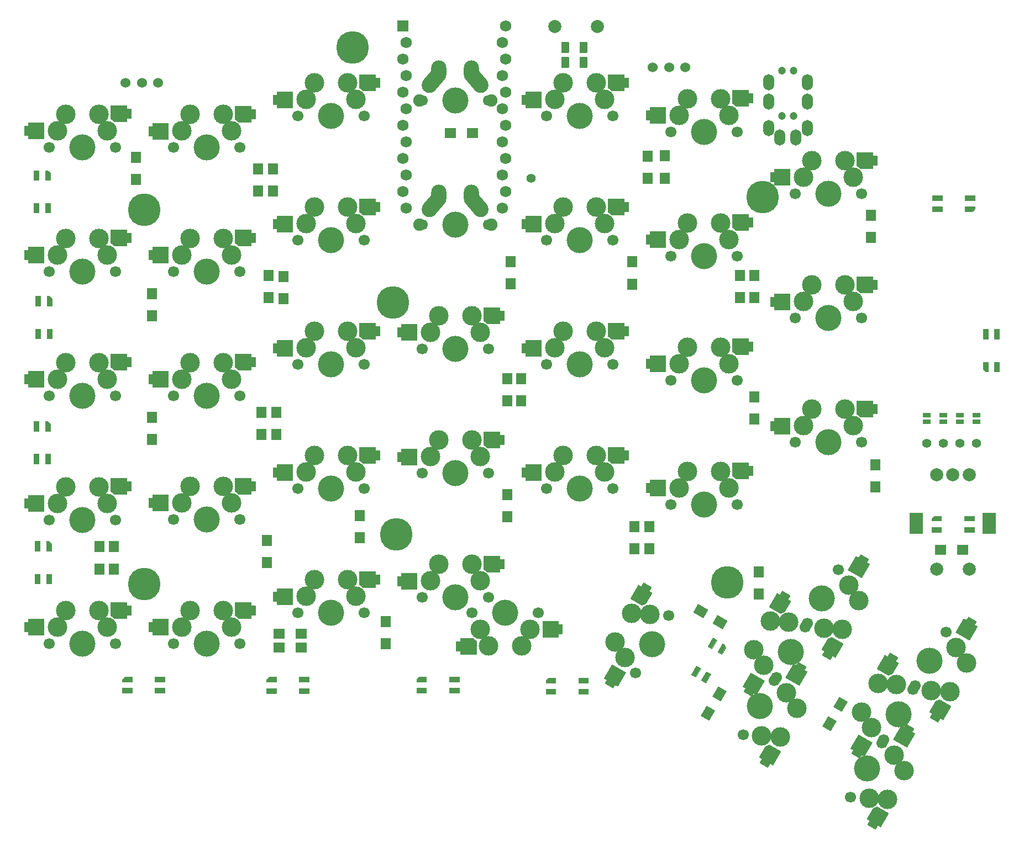
<source format=gbs>
G04 #@! TF.GenerationSoftware,KiCad,Pcbnew,(6.0.10)*
G04 #@! TF.CreationDate,2023-03-19T21:25:36+07:00*
G04 #@! TF.ProjectId,ergodash,6572676f-6461-4736-982e-6b696361645f,2.0*
G04 #@! TF.SameCoordinates,Original*
G04 #@! TF.FileFunction,Soldermask,Bot*
G04 #@! TF.FilePolarity,Negative*
%FSLAX46Y46*%
G04 Gerber Fmt 4.6, Leading zero omitted, Abs format (unit mm)*
G04 Created by KiCad (PCBNEW (6.0.10)) date 2023-03-19 21:25:36*
%MOMM*%
%LPD*%
G01*
G04 APERTURE LIST*
G04 Aperture macros list*
%AMRoundRect*
0 Rectangle with rounded corners*
0 $1 Rounding radius*
0 $2 $3 $4 $5 $6 $7 $8 $9 X,Y pos of 4 corners*
0 Add a 4 corners polygon primitive as box body*
4,1,4,$2,$3,$4,$5,$6,$7,$8,$9,$2,$3,0*
0 Add four circle primitives for the rounded corners*
1,1,$1+$1,$2,$3*
1,1,$1+$1,$4,$5*
1,1,$1+$1,$6,$7*
1,1,$1+$1,$8,$9*
0 Add four rect primitives between the rounded corners*
20,1,$1+$1,$2,$3,$4,$5,0*
20,1,$1+$1,$4,$5,$6,$7,0*
20,1,$1+$1,$6,$7,$8,$9,0*
20,1,$1+$1,$8,$9,$2,$3,0*%
%AMHorizOval*
0 Thick line with rounded ends*
0 $1 width*
0 $2 $3 position (X,Y) of the first rounded end (center of the circle)*
0 $4 $5 position (X,Y) of the second rounded end (center of the circle)*
0 Add line between two ends*
20,1,$1,$2,$3,$4,$5,0*
0 Add two circle primitives to create the rounded ends*
1,1,$1,$2,$3*
1,1,$1,$4,$5*%
%AMRotRect*
0 Rectangle, with rotation*
0 The origin of the aperture is its center*
0 $1 length*
0 $2 width*
0 $3 Rotation angle, in degrees counterclockwise*
0 Add horizontal line*
21,1,$1,$2,0,0,$3*%
%AMFreePoly0*
4,1,17,2.735355,1.235355,2.750000,1.200000,2.750000,-1.200000,2.735355,-1.235355,2.700000,-1.250000,0.300000,-1.250000,0.264645,-1.235355,0.250000,-1.200000,0.250000,-0.750000,-0.350000,-0.750000,-0.350000,0.750000,0.250000,0.750000,0.250000,1.200000,0.264645,1.235355,0.300000,1.250000,2.700000,1.250000,2.735355,1.235355,2.735355,1.235355,$1*%
%AMFreePoly1*
4,1,24,-0.364645,1.235355,-0.350000,1.200000,-0.350000,0.750000,0.350000,0.750000,0.350000,-0.750000,-0.350000,-0.750000,-0.350000,-1.200000,-0.364645,-1.235355,-0.400000,-1.250000,-2.300000,-1.250000,-2.315318,-1.243655,-2.331235,-1.239043,-2.831235,-0.839043,-2.832649,-0.836476,-2.835355,-0.835355,-2.841697,-0.820044,-2.849694,-0.805522,-2.848878,-0.802708,-2.850000,-0.800000,-2.850000,1.200000,
-2.835355,1.235355,-2.800000,1.250000,-0.400000,1.250000,-0.364645,1.235355,-0.364645,1.235355,$1*%
G04 Aperture macros list end*
%ADD10C,0.100000*%
%ADD11RoundRect,0.250000X-0.375000X-0.625000X0.375000X-0.625000X0.375000X0.625000X-0.375000X0.625000X0*%
%ADD12C,5.000000*%
%ADD13C,1.524000*%
%ADD14RotRect,1.800000X1.500000X60.000000*%
%ADD15C,1.700000*%
%ADD16C,1.900000*%
%ADD17C,4.000000*%
%ADD18HorizOval,2.400000X0.578509X0.689440X-0.578509X-0.689440X0*%
%ADD19O,2.300000X3.337000*%
%ADD20HorizOval,2.400000X0.578509X-0.689440X-0.578509X0.689440X0*%
%ADD21R,1.500000X1.800000*%
%ADD22R,1.800000X1.500000*%
%ADD23RotRect,1.800000X1.500000X150.000000*%
%ADD24C,1.397000*%
%ADD25C,3.000000*%
%ADD26FreePoly0,0.000000*%
%ADD27FreePoly1,0.000000*%
%ADD28FreePoly0,240.000000*%
%ADD29FreePoly1,240.000000*%
%ADD30FreePoly0,180.000000*%
%ADD31FreePoly1,180.000000*%
%ADD32FreePoly0,60.000000*%
%ADD33FreePoly1,60.000000*%
%ADD34C,1.200000*%
%ADD35O,1.700000X2.500000*%
%ADD36C,2.000000*%
%ADD37R,1.752600X1.752600*%
%ADD38C,1.752600*%
%ADD39R,2.000000X3.200000*%
%ADD40R,1.143000X0.635000*%
G04 APERTURE END LIST*
G36*
X82109000Y-61923000D02*
G01*
X82109000Y-63023000D01*
X81359000Y-63023000D01*
X81359000Y-61523000D01*
X81684000Y-61523000D01*
X82109000Y-61923000D01*
G37*
D10*
X82109000Y-61923000D02*
X82109000Y-63023000D01*
X81359000Y-63023000D01*
X81359000Y-61523000D01*
X81684000Y-61523000D01*
X82109000Y-61923000D01*
G36*
X82109000Y-68023000D02*
G01*
X81359000Y-68023000D01*
X81359000Y-66523000D01*
X82109000Y-66523000D01*
X82109000Y-68023000D01*
G37*
X82109000Y-68023000D02*
X81359000Y-68023000D01*
X81359000Y-66523000D01*
X82109000Y-66523000D01*
X82109000Y-68023000D01*
G36*
X80359000Y-68023000D02*
G01*
X79609000Y-68023000D01*
X79609000Y-66523000D01*
X80359000Y-66523000D01*
X80359000Y-68023000D01*
G37*
X80359000Y-68023000D02*
X79609000Y-68023000D01*
X79609000Y-66523000D01*
X80359000Y-66523000D01*
X80359000Y-68023000D01*
G36*
X80359000Y-63023000D02*
G01*
X79609000Y-63023000D01*
X79609000Y-61523000D01*
X80359000Y-61523000D01*
X80359000Y-63023000D01*
G37*
X80359000Y-63023000D02*
X79609000Y-63023000D01*
X79609000Y-61523000D01*
X80359000Y-61523000D01*
X80359000Y-63023000D01*
G36*
X80359000Y-106504000D02*
G01*
X79609000Y-106504000D01*
X79609000Y-105004000D01*
X80359000Y-105004000D01*
X80359000Y-106504000D01*
G37*
X80359000Y-106504000D02*
X79609000Y-106504000D01*
X79609000Y-105004000D01*
X80359000Y-105004000D01*
X80359000Y-106504000D01*
G36*
X80359000Y-101504000D02*
G01*
X79609000Y-101504000D01*
X79609000Y-100004000D01*
X80359000Y-100004000D01*
X80359000Y-101504000D01*
G37*
X80359000Y-101504000D02*
X79609000Y-101504000D01*
X79609000Y-100004000D01*
X80359000Y-100004000D01*
X80359000Y-101504000D01*
G36*
X82109000Y-100404000D02*
G01*
X82109000Y-101504000D01*
X81359000Y-101504000D01*
X81359000Y-100004000D01*
X81684000Y-100004000D01*
X82109000Y-100404000D01*
G37*
X82109000Y-100404000D02*
X82109000Y-101504000D01*
X81359000Y-101504000D01*
X81359000Y-100004000D01*
X81684000Y-100004000D01*
X82109000Y-100404000D01*
G36*
X82109000Y-106504000D02*
G01*
X81359000Y-106504000D01*
X81359000Y-105004000D01*
X82109000Y-105004000D01*
X82109000Y-106504000D01*
G37*
X82109000Y-106504000D02*
X81359000Y-106504000D01*
X81359000Y-105004000D01*
X82109000Y-105004000D01*
X82109000Y-106504000D01*
G36*
X164517600Y-141853600D02*
G01*
X163017600Y-141853600D01*
X163017600Y-141103600D01*
X164517600Y-141103600D01*
X164517600Y-141853600D01*
G37*
X164517600Y-141853600D02*
X163017600Y-141853600D01*
X163017600Y-141103600D01*
X164517600Y-141103600D01*
X164517600Y-141853600D01*
G36*
X159517600Y-140103600D02*
G01*
X158017600Y-140103600D01*
X158017600Y-139778600D01*
X158417600Y-139353600D01*
X159517600Y-139353600D01*
X159517600Y-140103600D01*
G37*
X159517600Y-140103600D02*
X158017600Y-140103600D01*
X158017600Y-139778600D01*
X158417600Y-139353600D01*
X159517600Y-139353600D01*
X159517600Y-140103600D01*
G36*
X159517600Y-141853600D02*
G01*
X158017600Y-141853600D01*
X158017600Y-141103600D01*
X159517600Y-141103600D01*
X159517600Y-141853600D01*
G37*
X159517600Y-141853600D02*
X158017600Y-141853600D01*
X158017600Y-141103600D01*
X159517600Y-141103600D01*
X159517600Y-141853600D01*
G36*
X164517600Y-140103600D02*
G01*
X163017600Y-140103600D01*
X163017600Y-139353600D01*
X164517600Y-139353600D01*
X164517600Y-140103600D01*
G37*
X164517600Y-140103600D02*
X163017600Y-140103600D01*
X163017600Y-139353600D01*
X164517600Y-139353600D01*
X164517600Y-140103600D01*
G36*
X82363000Y-81221000D02*
G01*
X82363000Y-82321000D01*
X81613000Y-82321000D01*
X81613000Y-80821000D01*
X81938000Y-80821000D01*
X82363000Y-81221000D01*
G37*
X82363000Y-81221000D02*
X82363000Y-82321000D01*
X81613000Y-82321000D01*
X81613000Y-80821000D01*
X81938000Y-80821000D01*
X82363000Y-81221000D01*
G36*
X80613000Y-87321000D02*
G01*
X79863000Y-87321000D01*
X79863000Y-85821000D01*
X80613000Y-85821000D01*
X80613000Y-87321000D01*
G37*
X80613000Y-87321000D02*
X79863000Y-87321000D01*
X79863000Y-85821000D01*
X80613000Y-85821000D01*
X80613000Y-87321000D01*
G36*
X80613000Y-82321000D02*
G01*
X79863000Y-82321000D01*
X79863000Y-80821000D01*
X80613000Y-80821000D01*
X80613000Y-82321000D01*
G37*
X80613000Y-82321000D02*
X79863000Y-82321000D01*
X79863000Y-80821000D01*
X80613000Y-80821000D01*
X80613000Y-82321000D01*
G36*
X82363000Y-87321000D02*
G01*
X81613000Y-87321000D01*
X81613000Y-85821000D01*
X82363000Y-85821000D01*
X82363000Y-87321000D01*
G37*
X82363000Y-87321000D02*
X81613000Y-87321000D01*
X81613000Y-85821000D01*
X82363000Y-85821000D01*
X82363000Y-87321000D01*
G36*
X80499000Y-124916000D02*
G01*
X79749000Y-124916000D01*
X79749000Y-123416000D01*
X80499000Y-123416000D01*
X80499000Y-124916000D01*
G37*
X80499000Y-124916000D02*
X79749000Y-124916000D01*
X79749000Y-123416000D01*
X80499000Y-123416000D01*
X80499000Y-124916000D01*
G36*
X80499000Y-119916000D02*
G01*
X79749000Y-119916000D01*
X79749000Y-118416000D01*
X80499000Y-118416000D01*
X80499000Y-119916000D01*
G37*
X80499000Y-119916000D02*
X79749000Y-119916000D01*
X79749000Y-118416000D01*
X80499000Y-118416000D01*
X80499000Y-119916000D01*
G36*
X82249000Y-118816000D02*
G01*
X82249000Y-119916000D01*
X81499000Y-119916000D01*
X81499000Y-118416000D01*
X81824000Y-118416000D01*
X82249000Y-118816000D01*
G37*
X82249000Y-118816000D02*
X82249000Y-119916000D01*
X81499000Y-119916000D01*
X81499000Y-118416000D01*
X81824000Y-118416000D01*
X82249000Y-118816000D01*
G36*
X82249000Y-124916000D02*
G01*
X81499000Y-124916000D01*
X81499000Y-123416000D01*
X82249000Y-123416000D01*
X82249000Y-124916000D01*
G37*
X82249000Y-124916000D02*
X81499000Y-124916000D01*
X81499000Y-123416000D01*
X82249000Y-123416000D01*
X82249000Y-124916000D01*
G36*
X121741000Y-139989000D02*
G01*
X120241000Y-139989000D01*
X120241000Y-139239000D01*
X121741000Y-139239000D01*
X121741000Y-139989000D01*
G37*
X121741000Y-139989000D02*
X120241000Y-139989000D01*
X120241000Y-139239000D01*
X121741000Y-139239000D01*
X121741000Y-139989000D01*
G36*
X116741000Y-141739000D02*
G01*
X115241000Y-141739000D01*
X115241000Y-140989000D01*
X116741000Y-140989000D01*
X116741000Y-141739000D01*
G37*
X116741000Y-141739000D02*
X115241000Y-141739000D01*
X115241000Y-140989000D01*
X116741000Y-140989000D01*
X116741000Y-141739000D01*
G36*
X116741000Y-139989000D02*
G01*
X115241000Y-139989000D01*
X115241000Y-139664000D01*
X115641000Y-139239000D01*
X116741000Y-139239000D01*
X116741000Y-139989000D01*
G37*
X116741000Y-139989000D02*
X115241000Y-139989000D01*
X115241000Y-139664000D01*
X115641000Y-139239000D01*
X116741000Y-139239000D01*
X116741000Y-139989000D01*
G36*
X121741000Y-141739000D02*
G01*
X120241000Y-141739000D01*
X120241000Y-140989000D01*
X121741000Y-140989000D01*
X121741000Y-141739000D01*
G37*
X121741000Y-141739000D02*
X120241000Y-141739000D01*
X120241000Y-140989000D01*
X121741000Y-140989000D01*
X121741000Y-141739000D01*
G36*
X94643000Y-141685000D02*
G01*
X93143000Y-141685000D01*
X93143000Y-140935000D01*
X94643000Y-140935000D01*
X94643000Y-141685000D01*
G37*
X94643000Y-141685000D02*
X93143000Y-141685000D01*
X93143000Y-140935000D01*
X94643000Y-140935000D01*
X94643000Y-141685000D01*
G36*
X94643000Y-139935000D02*
G01*
X93143000Y-139935000D01*
X93143000Y-139585000D01*
X93543000Y-139185000D01*
X94643000Y-139185000D01*
X94643000Y-139935000D01*
G37*
X94643000Y-139935000D02*
X93143000Y-139935000D01*
X93143000Y-139585000D01*
X93543000Y-139185000D01*
X94643000Y-139185000D01*
X94643000Y-139935000D01*
G36*
X99643000Y-141685000D02*
G01*
X98143000Y-141685000D01*
X98143000Y-140935000D01*
X99643000Y-140935000D01*
X99643000Y-141685000D01*
G37*
X99643000Y-141685000D02*
X98143000Y-141685000D01*
X98143000Y-140935000D01*
X99643000Y-140935000D01*
X99643000Y-141685000D01*
G36*
X99643000Y-139935000D02*
G01*
X98143000Y-139935000D01*
X98143000Y-139185000D01*
X99643000Y-139185000D01*
X99643000Y-139935000D01*
G37*
X99643000Y-139935000D02*
X98143000Y-139935000D01*
X98143000Y-139185000D01*
X99643000Y-139185000D01*
X99643000Y-139935000D01*
G36*
X184239385Y-133588217D02*
G01*
X183489385Y-134887256D01*
X182839866Y-134512256D01*
X183589866Y-133213217D01*
X184239385Y-133588217D01*
G37*
X184239385Y-133588217D02*
X183489385Y-134887256D01*
X182839866Y-134512256D01*
X183589866Y-133213217D01*
X184239385Y-133588217D01*
G36*
X185408519Y-134263217D02*
G01*
X185554929Y-134809628D01*
X185004929Y-135762256D01*
X184355410Y-135387256D01*
X185105410Y-134088217D01*
X185408519Y-134263217D01*
G37*
X185408519Y-134263217D02*
X185554929Y-134809628D01*
X185004929Y-135762256D01*
X184355410Y-135387256D01*
X185105410Y-134088217D01*
X185408519Y-134263217D01*
G36*
X183254929Y-138793344D02*
G01*
X182504929Y-140092383D01*
X181855410Y-139717383D01*
X182605410Y-138418344D01*
X183254929Y-138793344D01*
G37*
X183254929Y-138793344D02*
X182504929Y-140092383D01*
X181855410Y-139717383D01*
X182605410Y-138418344D01*
X183254929Y-138793344D01*
G36*
X181739385Y-137918344D02*
G01*
X180989385Y-139217383D01*
X180339866Y-138842383D01*
X181089866Y-137543344D01*
X181739385Y-137918344D01*
G37*
X181739385Y-137918344D02*
X180989385Y-139217383D01*
X180339866Y-138842383D01*
X181089866Y-137543344D01*
X181739385Y-137918344D01*
G36*
X227511600Y-87404000D02*
G01*
X226761600Y-87404000D01*
X226761600Y-85904000D01*
X227511600Y-85904000D01*
X227511600Y-87404000D01*
G37*
X227511600Y-87404000D02*
X226761600Y-87404000D01*
X226761600Y-85904000D01*
X227511600Y-85904000D01*
X227511600Y-87404000D01*
G36*
X225761600Y-87404000D02*
G01*
X225011600Y-87404000D01*
X225011600Y-85904000D01*
X225761600Y-85904000D01*
X225761600Y-87404000D01*
G37*
X225761600Y-87404000D02*
X225011600Y-87404000D01*
X225011600Y-85904000D01*
X225761600Y-85904000D01*
X225761600Y-87404000D01*
G36*
X227511600Y-92404000D02*
G01*
X226761600Y-92404000D01*
X226761600Y-90904000D01*
X227511600Y-90904000D01*
X227511600Y-92404000D01*
G37*
X227511600Y-92404000D02*
X226761600Y-92404000D01*
X226761600Y-90904000D01*
X227511600Y-90904000D01*
X227511600Y-92404000D01*
G36*
X225761600Y-92404000D02*
G01*
X225411600Y-92404000D01*
X225011600Y-92004000D01*
X225011600Y-90904000D01*
X225761600Y-90904000D01*
X225761600Y-92404000D01*
G37*
X225761600Y-92404000D02*
X225411600Y-92404000D01*
X225011600Y-92004000D01*
X225011600Y-90904000D01*
X225761600Y-90904000D01*
X225761600Y-92404000D01*
G36*
X139728000Y-139935000D02*
G01*
X138228000Y-139935000D01*
X138228000Y-139585000D01*
X138628000Y-139185000D01*
X139728000Y-139185000D01*
X139728000Y-139935000D01*
G37*
X139728000Y-139935000D02*
X138228000Y-139935000D01*
X138228000Y-139585000D01*
X138628000Y-139185000D01*
X139728000Y-139185000D01*
X139728000Y-139935000D01*
G36*
X144728000Y-139935000D02*
G01*
X143228000Y-139935000D01*
X143228000Y-139185000D01*
X144728000Y-139185000D01*
X144728000Y-139935000D01*
G37*
X144728000Y-139935000D02*
X143228000Y-139935000D01*
X143228000Y-139185000D01*
X144728000Y-139185000D01*
X144728000Y-139935000D01*
G36*
X139728000Y-141685000D02*
G01*
X138228000Y-141685000D01*
X138228000Y-140935000D01*
X139728000Y-140935000D01*
X139728000Y-141685000D01*
G37*
X139728000Y-141685000D02*
X138228000Y-141685000D01*
X138228000Y-140935000D01*
X139728000Y-140935000D01*
X139728000Y-141685000D01*
G36*
X144728000Y-141685000D02*
G01*
X143228000Y-141685000D01*
X143228000Y-140935000D01*
X144728000Y-140935000D01*
X144728000Y-141685000D01*
G37*
X144728000Y-141685000D02*
X143228000Y-141685000D01*
X143228000Y-140935000D01*
X144728000Y-140935000D01*
X144728000Y-141685000D01*
G36*
X218635000Y-115282000D02*
G01*
X217135000Y-115282000D01*
X217135000Y-114932000D01*
X217535000Y-114532000D01*
X218635000Y-114532000D01*
X218635000Y-115282000D01*
G37*
X218635000Y-115282000D02*
X217135000Y-115282000D01*
X217135000Y-114932000D01*
X217535000Y-114532000D01*
X218635000Y-114532000D01*
X218635000Y-115282000D01*
G36*
X223635000Y-115282000D02*
G01*
X222135000Y-115282000D01*
X222135000Y-114532000D01*
X223635000Y-114532000D01*
X223635000Y-115282000D01*
G37*
X223635000Y-115282000D02*
X222135000Y-115282000D01*
X222135000Y-114532000D01*
X223635000Y-114532000D01*
X223635000Y-115282000D01*
G36*
X223635000Y-117032000D02*
G01*
X222135000Y-117032000D01*
X222135000Y-116282000D01*
X223635000Y-116282000D01*
X223635000Y-117032000D01*
G37*
X223635000Y-117032000D02*
X222135000Y-117032000D01*
X222135000Y-116282000D01*
X223635000Y-116282000D01*
X223635000Y-117032000D01*
G36*
X218635000Y-117032000D02*
G01*
X217135000Y-117032000D01*
X217135000Y-116282000D01*
X218635000Y-116282000D01*
X218635000Y-117032000D01*
G37*
X218635000Y-117032000D02*
X217135000Y-117032000D01*
X217135000Y-116282000D01*
X218635000Y-116282000D01*
X218635000Y-117032000D01*
G36*
X218772800Y-66100400D02*
G01*
X217272800Y-66100400D01*
X217272800Y-65350400D01*
X218772800Y-65350400D01*
X218772800Y-66100400D01*
G37*
X218772800Y-66100400D02*
X217272800Y-66100400D01*
X217272800Y-65350400D01*
X218772800Y-65350400D01*
X218772800Y-66100400D01*
G36*
X223772800Y-66100400D02*
G01*
X222272800Y-66100400D01*
X222272800Y-65350400D01*
X223772800Y-65350400D01*
X223772800Y-66100400D01*
G37*
X223772800Y-66100400D02*
X222272800Y-66100400D01*
X222272800Y-65350400D01*
X223772800Y-65350400D01*
X223772800Y-66100400D01*
G36*
X218772800Y-67850400D02*
G01*
X217272800Y-67850400D01*
X217272800Y-67100400D01*
X218772800Y-67100400D01*
X218772800Y-67850400D01*
G37*
X218772800Y-67850400D02*
X217272800Y-67850400D01*
X217272800Y-67100400D01*
X218772800Y-67100400D01*
X218772800Y-67850400D01*
G36*
X223772800Y-67450400D02*
G01*
X223372800Y-67850400D01*
X222272800Y-67850400D01*
X222272800Y-67100400D01*
X223772800Y-67100400D01*
X223772800Y-67450400D01*
G37*
X223772800Y-67450400D02*
X223372800Y-67850400D01*
X222272800Y-67850400D01*
X222272800Y-67100400D01*
X223772800Y-67100400D01*
X223772800Y-67450400D01*
D11*
X161033000Y-44958000D03*
X161033000Y-44958000D03*
X163833000Y-44958000D03*
X163833000Y-44958000D03*
D12*
X134620000Y-81788000D03*
X191245000Y-65644250D03*
X185801000Y-124714000D03*
X96520000Y-67564000D03*
X96520000Y-124968000D03*
D13*
X93639000Y-48133000D03*
X96139000Y-48133000D03*
X98639000Y-48133000D03*
X174411000Y-45720000D03*
X176911000Y-45720000D03*
X179411000Y-45720000D03*
D12*
X135128000Y-117348000D03*
X128397000Y-42672000D03*
D14*
X201461000Y-146379243D03*
X203161000Y-143434757D03*
D15*
X139065000Y-50831750D03*
X149225000Y-50831750D03*
D16*
X149645000Y-50831750D03*
D17*
X144145000Y-50831750D03*
D16*
X138645000Y-50831750D03*
D18*
X140784951Y-47755519D03*
D19*
X141625000Y-46331750D03*
D20*
X147505049Y-47755519D03*
D19*
X146665000Y-46331750D03*
D16*
X149645000Y-69881750D03*
D17*
X144145000Y-69881750D03*
D16*
X138645000Y-69881750D03*
D15*
X149225000Y-69881750D03*
X139065000Y-69881750D03*
D19*
X141625000Y-65381750D03*
D18*
X140784951Y-66805519D03*
D19*
X146665000Y-65381750D03*
D20*
X147505049Y-66805519D03*
D21*
X95250000Y-62914000D03*
X95250000Y-59514000D03*
X97663000Y-83869000D03*
X97663000Y-80469000D03*
X97663000Y-102792000D03*
X97663000Y-99392000D03*
X91846400Y-122654800D03*
X91846400Y-119254800D03*
X113919000Y-64692000D03*
X113919000Y-61292000D03*
X115570000Y-81075000D03*
X115570000Y-77675000D03*
X114427000Y-102030000D03*
X114427000Y-98630000D03*
X115316000Y-121715000D03*
X115316000Y-118315000D03*
X116205000Y-64692000D03*
X116205000Y-61292000D03*
X117856000Y-81202000D03*
X117856000Y-77802000D03*
X116713000Y-102030000D03*
X116713000Y-98630000D03*
X129540000Y-117905000D03*
X129540000Y-114505000D03*
D22*
X143412000Y-55829200D03*
X146812000Y-55829200D03*
D21*
X152654000Y-78916000D03*
X152654000Y-75516000D03*
X152095200Y-114628400D03*
X152095200Y-111228400D03*
X173609000Y-62787000D03*
X173609000Y-59387000D03*
X154228800Y-96899200D03*
X154228800Y-93499200D03*
X171577000Y-119556000D03*
X171577000Y-116156000D03*
X176276000Y-62710800D03*
X176276000Y-59310800D03*
X187756800Y-81049600D03*
X187756800Y-77649600D03*
X189941200Y-99693200D03*
X189941200Y-96293200D03*
X173863000Y-119556000D03*
X173863000Y-116156000D03*
X207873600Y-71804000D03*
X207873600Y-68404000D03*
X189941200Y-81049600D03*
X189941200Y-77649600D03*
X208534000Y-110107200D03*
X208534000Y-106707200D03*
X190627000Y-126541000D03*
X190627000Y-123141000D03*
X89662000Y-122654800D03*
X89662000Y-119254800D03*
D22*
X120572000Y-134747000D03*
X117172000Y-134747000D03*
X120572000Y-132588000D03*
X117172000Y-132588000D03*
D23*
X184702273Y-130824000D03*
X181757787Y-129124000D03*
D14*
X182907200Y-144778086D03*
X184607200Y-141833600D03*
D21*
X133477000Y-134140000D03*
X133477000Y-130740000D03*
X152095200Y-96899200D03*
X152095200Y-93499200D03*
X171297600Y-78966800D03*
X171297600Y-75566800D03*
D24*
X216408000Y-103378000D03*
X218948000Y-103378000D03*
X221488000Y-103378000D03*
X224028000Y-103378000D03*
D15*
X130175000Y-110363000D03*
D25*
X128905000Y-107823000D03*
X121285000Y-107822999D03*
X127635000Y-105283000D03*
D17*
X125095000Y-110363000D03*
D15*
X120015000Y-110363000D03*
D25*
X122555000Y-105283000D03*
D26*
X116595000Y-107863000D03*
D27*
X132295000Y-105263000D03*
D15*
X188250000Y-148099709D03*
D25*
X196459409Y-144040595D03*
X191084705Y-148269857D03*
X194894705Y-141670744D03*
D15*
X193330000Y-139300891D03*
D17*
X190790000Y-143700300D03*
D25*
X193919409Y-148440005D03*
D28*
X197205064Y-137589084D03*
D29*
X191606730Y-152485683D03*
D25*
X147955000Y-131953000D03*
X149225000Y-134493000D03*
D15*
X146685000Y-129413000D03*
D25*
X154305000Y-134493000D03*
X155575000Y-131953001D03*
D17*
X151765000Y-129413000D03*
D15*
X156845000Y-129413000D03*
D30*
X160265000Y-131913000D03*
D31*
X144565000Y-134513000D03*
D15*
X100965000Y-134112000D03*
D25*
X103505000Y-129032000D03*
X102235000Y-131571999D03*
D15*
X111125000Y-134112000D03*
D25*
X109855000Y-131572000D03*
D17*
X106045000Y-134112000D03*
D25*
X108585000Y-129032000D03*
D26*
X97545000Y-131612000D03*
D27*
X113245000Y-129012000D03*
D25*
X208921091Y-140236595D03*
D17*
X212050500Y-144976300D03*
D25*
X211755795Y-140406743D03*
X206381091Y-144636005D03*
X207945795Y-147005856D03*
D15*
X214590500Y-140576891D03*
X209510500Y-149375709D03*
D32*
X205635436Y-151087516D03*
D33*
X211233770Y-136190917D03*
D25*
X128905000Y-50673000D03*
X127635000Y-48133000D03*
D15*
X130175000Y-53213000D03*
X120015000Y-53213000D03*
D17*
X125095000Y-53213000D03*
D25*
X121285000Y-50672999D03*
X122555000Y-48133000D03*
D26*
X116595000Y-50713000D03*
D27*
X132295000Y-48113000D03*
D25*
X159385000Y-88772999D03*
X165735000Y-86233000D03*
X160655000Y-86233000D03*
X167005000Y-88773000D03*
D15*
X158115000Y-91313000D03*
X168275000Y-91313000D03*
D17*
X163195000Y-91313000D03*
D26*
X154695000Y-88813000D03*
D27*
X170395000Y-86213000D03*
D15*
X81915000Y-96075500D03*
D25*
X83185000Y-93535499D03*
X89535000Y-90995500D03*
D17*
X86995000Y-96075500D03*
D25*
X90805000Y-93535500D03*
D15*
X92075000Y-96075500D03*
D25*
X84455000Y-90995500D03*
D26*
X78495000Y-93575500D03*
D27*
X94195000Y-90975500D03*
D15*
X130175000Y-91313000D03*
D25*
X122555000Y-86233000D03*
D17*
X125095000Y-91313000D03*
D25*
X127635000Y-86233000D03*
D15*
X120015000Y-91313000D03*
D25*
X128905000Y-88773000D03*
X121285000Y-88772999D03*
D26*
X116595000Y-88813000D03*
D27*
X132295000Y-86213000D03*
D25*
X89535000Y-129032001D03*
X83185000Y-131572000D03*
X90805000Y-131572001D03*
D17*
X86995000Y-134112001D03*
D25*
X84455000Y-129032001D03*
D15*
X81915000Y-134112001D03*
X92075000Y-134112001D03*
D26*
X78495000Y-131612001D03*
D27*
X94195000Y-129012001D03*
D24*
X155752800Y-62788800D03*
D34*
X195992000Y-53215000D03*
X195992000Y-46215000D03*
X194242000Y-46215000D03*
X194242000Y-53215000D03*
D35*
X192142000Y-55015000D03*
X198092000Y-55015000D03*
X192142000Y-51015000D03*
X198092000Y-51015000D03*
X198092000Y-48015000D03*
X192142000Y-48015000D03*
X196342000Y-56515000D03*
X193892000Y-56515000D03*
D17*
X182245000Y-55594250D03*
D25*
X184785000Y-50514250D03*
D15*
X177165000Y-55594250D03*
D25*
X178435000Y-53054249D03*
X179705000Y-50514250D03*
X186055000Y-53054250D03*
D15*
X187325000Y-55594250D03*
D26*
X173745000Y-53094250D03*
D27*
X189445000Y-50494250D03*
D25*
X165735000Y-105283000D03*
X167005000Y-107823000D03*
D17*
X163195000Y-110363000D03*
D25*
X159385000Y-107822999D03*
X160655000Y-105283000D03*
D15*
X168275000Y-110363000D03*
X158115000Y-110363000D03*
D26*
X154695000Y-107863000D03*
D27*
X170395000Y-105263000D03*
D11*
X161033000Y-42672000D03*
X161033000Y-42672000D03*
X163833000Y-42672000D03*
X163833000Y-42672000D03*
D25*
X168622591Y-133834955D03*
D15*
X171752000Y-138574659D03*
D25*
X173997295Y-129605693D03*
D15*
X176832000Y-129775841D03*
D25*
X170187295Y-136204806D03*
D17*
X174292000Y-134175250D03*
D25*
X171162591Y-129435545D03*
D32*
X167876936Y-140286466D03*
D33*
X173475270Y-125389867D03*
D25*
X198755000Y-60039250D03*
X197485000Y-62579249D03*
D15*
X196215000Y-65119250D03*
D25*
X203835000Y-60039250D03*
X205105000Y-62579250D03*
D17*
X201295000Y-65119250D03*
D15*
X206375000Y-65119250D03*
D26*
X192795000Y-62619250D03*
D27*
X208495000Y-60019250D03*
D25*
X203454000Y-131907410D03*
D17*
X200324591Y-127167705D03*
D15*
X197784591Y-131567114D03*
X202864591Y-122768296D03*
D25*
X204429296Y-125138149D03*
X205994000Y-127508000D03*
X200619296Y-131737262D03*
D28*
X206739655Y-121056489D03*
D29*
X201141321Y-135953088D03*
D25*
X109855000Y-112522000D03*
X108585000Y-109982000D03*
D15*
X111125000Y-115062000D03*
X100965000Y-115062000D03*
D25*
X102235000Y-112521999D03*
D17*
X106045000Y-115062000D03*
D25*
X103505000Y-109982000D03*
D26*
X97545000Y-112562000D03*
D27*
X113245000Y-109962000D03*
D25*
X102235000Y-74485499D03*
X103505000Y-71945500D03*
D15*
X100965000Y-77025500D03*
D25*
X108585000Y-71945500D03*
X109855000Y-74485500D03*
D17*
X106045000Y-77025500D03*
D15*
X111125000Y-77025500D03*
D26*
X97545000Y-74525500D03*
D27*
X113245000Y-71925500D03*
D25*
X207582705Y-157794907D03*
D15*
X209828000Y-148825941D03*
D25*
X210417409Y-157965055D03*
X212957409Y-153565645D03*
D15*
X204748000Y-157624759D03*
D17*
X207288000Y-153225350D03*
D25*
X211392705Y-151195794D03*
D28*
X213703064Y-147114134D03*
D29*
X208104730Y-162010733D03*
D15*
X177165000Y-74644250D03*
D25*
X184785000Y-69564250D03*
X179705000Y-69564250D03*
X178435000Y-72104249D03*
D17*
X182245000Y-74644250D03*
D25*
X186055000Y-72104250D03*
D15*
X187325000Y-74644250D03*
D26*
X173745000Y-72144250D03*
D27*
X189445000Y-69544250D03*
D17*
X144145000Y-127031750D03*
D25*
X147955000Y-124491750D03*
X146685000Y-121951750D03*
D15*
X139065000Y-127031750D03*
D25*
X140335000Y-124491749D03*
D15*
X149225000Y-127031750D03*
D25*
X141605000Y-121951750D03*
D26*
X135645000Y-124531750D03*
D27*
X151345000Y-121931750D03*
D25*
X127635000Y-67183000D03*
D15*
X130175000Y-72263000D03*
D25*
X128905000Y-69723000D03*
D17*
X125095000Y-72263000D03*
D25*
X121285000Y-69722999D03*
X122555000Y-67183000D03*
D15*
X120015000Y-72263000D03*
D26*
X116595000Y-69763000D03*
D27*
X132295000Y-67163000D03*
D15*
X92075000Y-77025500D03*
D25*
X83185000Y-74485499D03*
D17*
X86995000Y-77025500D03*
D25*
X89535000Y-71945500D03*
X90805000Y-74485500D03*
X84455000Y-71945500D03*
D15*
X81915000Y-77025500D03*
D26*
X78495000Y-74525500D03*
D27*
X94195000Y-71925500D03*
D25*
X205105000Y-100711001D03*
X203835000Y-98171001D03*
X197485000Y-100711000D03*
D17*
X201295000Y-103251001D03*
D25*
X198755000Y-98171001D03*
D15*
X206375000Y-103251001D03*
X196215000Y-103251001D03*
D26*
X192795000Y-100751001D03*
D27*
X208495000Y-98151001D03*
D25*
X128905000Y-126873000D03*
D17*
X125095000Y-129413000D03*
D15*
X120015000Y-129413000D03*
X130175000Y-129413000D03*
D25*
X127635000Y-124333000D03*
X122555000Y-124333000D03*
X121285000Y-126872999D03*
D26*
X116595000Y-126913000D03*
D27*
X132295000Y-124313000D03*
D25*
X167005000Y-50673000D03*
D17*
X163195000Y-53213000D03*
D25*
X159385000Y-50672999D03*
D15*
X158115000Y-53213000D03*
D25*
X160655000Y-48133000D03*
X165735000Y-48133000D03*
D15*
X168275000Y-53213000D03*
D26*
X154695000Y-50713000D03*
D27*
X170395000Y-48113000D03*
D25*
X84455000Y-52895500D03*
X83185000Y-55435499D03*
D17*
X86995000Y-57975500D03*
D15*
X92075000Y-57975500D03*
X81915000Y-57975500D03*
D25*
X89535000Y-52895500D03*
X90805000Y-55435500D03*
D26*
X78495000Y-55475500D03*
D27*
X94195000Y-52875500D03*
D25*
X167005000Y-69723000D03*
D15*
X158115000Y-72263000D03*
D25*
X160655000Y-67183000D03*
D17*
X163195000Y-72263000D03*
D25*
X159385000Y-69722999D03*
D15*
X168275000Y-72263000D03*
D25*
X165735000Y-67183000D03*
D26*
X154695000Y-69763000D03*
D27*
X170395000Y-67163000D03*
D15*
X187325000Y-112744250D03*
D17*
X182245000Y-112744250D03*
D25*
X178435000Y-110204249D03*
D15*
X177165000Y-112744250D03*
D25*
X184785000Y-107664250D03*
X186055000Y-110204250D03*
X179705000Y-107664250D03*
D26*
X173745000Y-110244250D03*
D27*
X189445000Y-107644250D03*
D25*
X197485000Y-81661000D03*
X205105000Y-81661001D03*
D15*
X196215000Y-84201001D03*
D25*
X203835000Y-79121001D03*
X198755000Y-79121001D03*
D17*
X201295000Y-84201001D03*
D15*
X206375000Y-84201001D03*
D26*
X192795000Y-81701001D03*
D27*
X208495000Y-79101001D03*
D36*
X159437000Y-39497000D03*
X165937000Y-39497000D03*
D15*
X214273000Y-141126759D03*
D17*
X216813000Y-136727350D03*
D25*
X220917705Y-134697794D03*
D15*
X219353000Y-132327941D03*
D25*
X222482409Y-137067645D03*
X219942409Y-141467055D03*
X217107705Y-141296907D03*
D28*
X223228064Y-130616134D03*
D29*
X217629730Y-145512733D03*
D25*
X179705000Y-88614250D03*
X178435000Y-91154249D03*
X186055000Y-91154250D03*
D15*
X177165000Y-93694250D03*
D17*
X182245000Y-93694250D03*
D15*
X187325000Y-93694250D03*
D25*
X184785000Y-88614250D03*
D26*
X173745000Y-91194250D03*
D27*
X189445000Y-88594250D03*
D15*
X192994409Y-139822114D03*
D17*
X195534409Y-135422705D03*
D25*
X195239704Y-130853148D03*
X191429704Y-137452261D03*
D15*
X198074409Y-131023296D03*
D25*
X189865000Y-135082410D03*
X192405000Y-130683000D03*
D32*
X189119345Y-141533921D03*
D33*
X194717679Y-126637322D03*
D15*
X139065000Y-107981750D03*
D25*
X146685000Y-102901750D03*
D17*
X144145000Y-107981750D03*
D25*
X147955000Y-105441750D03*
X140335000Y-105441749D03*
D15*
X149225000Y-107981750D03*
D25*
X141605000Y-102901750D03*
D26*
X135645000Y-105481750D03*
D27*
X151345000Y-102881750D03*
D37*
X136169400Y-39370000D03*
D38*
X136626600Y-41910000D03*
X136169400Y-44450000D03*
X136626600Y-46990000D03*
X136169400Y-49530000D03*
X136626600Y-52070000D03*
X136169400Y-54610000D03*
X136626600Y-57150000D03*
X136169400Y-59690000D03*
X136626600Y-62230000D03*
X136169400Y-64770000D03*
X136626600Y-67310000D03*
X151409400Y-67310000D03*
X151866600Y-64770000D03*
X151409400Y-62230000D03*
X151866600Y-59690000D03*
X151409400Y-57150000D03*
X151866600Y-54610000D03*
X151409400Y-52070000D03*
X151866600Y-49530000D03*
X151409400Y-46990000D03*
X151866600Y-44450000D03*
X151409400Y-41910000D03*
X151866600Y-39370000D03*
D17*
X86995000Y-115125500D03*
D25*
X90805000Y-112585500D03*
X83185000Y-112585499D03*
X84455000Y-110045500D03*
D15*
X81915000Y-115125500D03*
X92075000Y-115125500D03*
D25*
X89535000Y-110045500D03*
D26*
X78495000Y-112625500D03*
D27*
X94195000Y-110025500D03*
D25*
X140335000Y-86359999D03*
X141605000Y-83820000D03*
D15*
X139065000Y-88900000D03*
D25*
X146685000Y-83820000D03*
D15*
X149225000Y-88900000D03*
D25*
X147955000Y-86360000D03*
D17*
X144145000Y-88900000D03*
D26*
X135645000Y-86400000D03*
D27*
X151345000Y-83800000D03*
D39*
X225985000Y-115682000D03*
X214785000Y-115682000D03*
D36*
X222885000Y-108182000D03*
X217885000Y-108182000D03*
X220385000Y-108182000D03*
X217885000Y-122682000D03*
X222885000Y-122682000D03*
D25*
X108585000Y-52959001D03*
X102235000Y-55499000D03*
D17*
X106045000Y-58039001D03*
D25*
X109855000Y-55499001D03*
X103505000Y-52959001D03*
D15*
X100965000Y-58039001D03*
X111125000Y-58039001D03*
D26*
X97545000Y-55539001D03*
D27*
X113245000Y-52939001D03*
D22*
X218518000Y-119735600D03*
X221918000Y-119735600D03*
D25*
X109855000Y-93535500D03*
D15*
X111125000Y-96075500D03*
D25*
X102235000Y-93535499D03*
D15*
X100965000Y-96075500D03*
D17*
X106045000Y-96075500D03*
D25*
X108585000Y-90995500D03*
X103505000Y-90995500D03*
D26*
X97545000Y-93575500D03*
D27*
X113245000Y-90975500D03*
D40*
X216408000Y-99060000D03*
X216408000Y-100060760D03*
X221488000Y-99067620D03*
X221488000Y-100068380D03*
X224028000Y-99075240D03*
X224028000Y-100076000D03*
X218948000Y-99067620D03*
X218948000Y-100068380D03*
M02*

</source>
